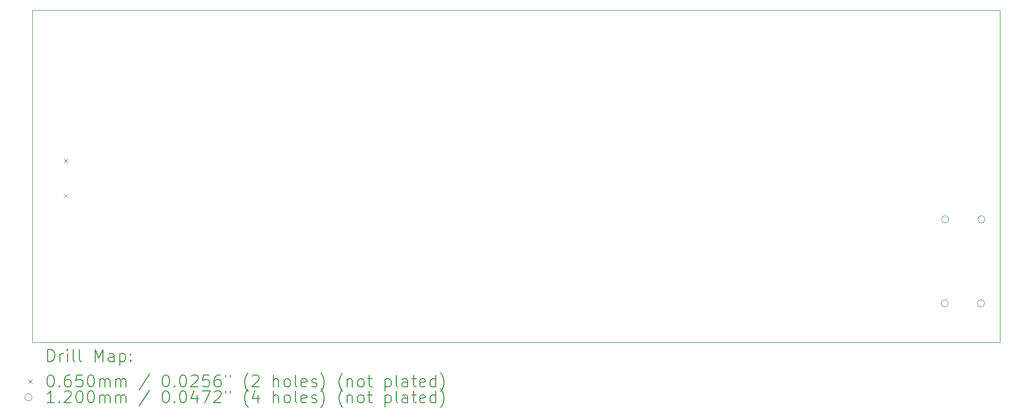
<source format=gbr>
%TF.GenerationSoftware,KiCad,Pcbnew,8.0.2*%
%TF.CreationDate,2024-10-21T17:53:26+02:00*%
%TF.ProjectId,teensyAudioMidi,7465656e-7379-4417-9564-696f4d696469,rev?*%
%TF.SameCoordinates,Original*%
%TF.FileFunction,Drillmap*%
%TF.FilePolarity,Positive*%
%FSLAX45Y45*%
G04 Gerber Fmt 4.5, Leading zero omitted, Abs format (unit mm)*
G04 Created by KiCad (PCBNEW 8.0.2) date 2024-10-21 17:53:26*
%MOMM*%
%LPD*%
G01*
G04 APERTURE LIST*
%ADD10C,0.050000*%
%ADD11C,0.200000*%
%ADD12C,0.100000*%
%ADD13C,0.120000*%
G04 APERTURE END LIST*
D10*
X3098000Y-2504000D02*
X19098000Y-2504000D01*
X19098000Y-8004000D01*
X3098000Y-8004000D01*
X3098000Y-2504000D01*
D11*
D12*
X3622500Y-4964500D02*
X3687500Y-5029500D01*
X3687500Y-4964500D02*
X3622500Y-5029500D01*
X3622500Y-5542500D02*
X3687500Y-5607500D01*
X3687500Y-5542500D02*
X3622500Y-5607500D01*
D13*
X18248000Y-7355000D02*
G75*
G02*
X18128000Y-7355000I-60000J0D01*
G01*
X18128000Y-7355000D02*
G75*
G02*
X18248000Y-7355000I60000J0D01*
G01*
X18255000Y-5965250D02*
G75*
G02*
X18135000Y-5965250I-60000J0D01*
G01*
X18135000Y-5965250D02*
G75*
G02*
X18255000Y-5965250I60000J0D01*
G01*
X18848000Y-7355000D02*
G75*
G02*
X18728000Y-7355000I-60000J0D01*
G01*
X18728000Y-7355000D02*
G75*
G02*
X18848000Y-7355000I60000J0D01*
G01*
X18855000Y-5965250D02*
G75*
G02*
X18735000Y-5965250I-60000J0D01*
G01*
X18735000Y-5965250D02*
G75*
G02*
X18855000Y-5965250I60000J0D01*
G01*
D11*
X3356277Y-8317984D02*
X3356277Y-8117984D01*
X3356277Y-8117984D02*
X3403896Y-8117984D01*
X3403896Y-8117984D02*
X3432467Y-8127508D01*
X3432467Y-8127508D02*
X3451515Y-8146555D01*
X3451515Y-8146555D02*
X3461039Y-8165603D01*
X3461039Y-8165603D02*
X3470562Y-8203698D01*
X3470562Y-8203698D02*
X3470562Y-8232269D01*
X3470562Y-8232269D02*
X3461039Y-8270365D01*
X3461039Y-8270365D02*
X3451515Y-8289412D01*
X3451515Y-8289412D02*
X3432467Y-8308460D01*
X3432467Y-8308460D02*
X3403896Y-8317984D01*
X3403896Y-8317984D02*
X3356277Y-8317984D01*
X3556277Y-8317984D02*
X3556277Y-8184650D01*
X3556277Y-8222746D02*
X3565801Y-8203698D01*
X3565801Y-8203698D02*
X3575324Y-8194174D01*
X3575324Y-8194174D02*
X3594372Y-8184650D01*
X3594372Y-8184650D02*
X3613420Y-8184650D01*
X3680086Y-8317984D02*
X3680086Y-8184650D01*
X3680086Y-8117984D02*
X3670562Y-8127508D01*
X3670562Y-8127508D02*
X3680086Y-8137031D01*
X3680086Y-8137031D02*
X3689610Y-8127508D01*
X3689610Y-8127508D02*
X3680086Y-8117984D01*
X3680086Y-8117984D02*
X3680086Y-8137031D01*
X3803896Y-8317984D02*
X3784848Y-8308460D01*
X3784848Y-8308460D02*
X3775324Y-8289412D01*
X3775324Y-8289412D02*
X3775324Y-8117984D01*
X3908658Y-8317984D02*
X3889610Y-8308460D01*
X3889610Y-8308460D02*
X3880086Y-8289412D01*
X3880086Y-8289412D02*
X3880086Y-8117984D01*
X4137229Y-8317984D02*
X4137229Y-8117984D01*
X4137229Y-8117984D02*
X4203896Y-8260841D01*
X4203896Y-8260841D02*
X4270563Y-8117984D01*
X4270563Y-8117984D02*
X4270563Y-8317984D01*
X4451515Y-8317984D02*
X4451515Y-8213222D01*
X4451515Y-8213222D02*
X4441991Y-8194174D01*
X4441991Y-8194174D02*
X4422944Y-8184650D01*
X4422944Y-8184650D02*
X4384848Y-8184650D01*
X4384848Y-8184650D02*
X4365801Y-8194174D01*
X4451515Y-8308460D02*
X4432467Y-8317984D01*
X4432467Y-8317984D02*
X4384848Y-8317984D01*
X4384848Y-8317984D02*
X4365801Y-8308460D01*
X4365801Y-8308460D02*
X4356277Y-8289412D01*
X4356277Y-8289412D02*
X4356277Y-8270365D01*
X4356277Y-8270365D02*
X4365801Y-8251317D01*
X4365801Y-8251317D02*
X4384848Y-8241793D01*
X4384848Y-8241793D02*
X4432467Y-8241793D01*
X4432467Y-8241793D02*
X4451515Y-8232269D01*
X4546753Y-8184650D02*
X4546753Y-8384650D01*
X4546753Y-8194174D02*
X4565801Y-8184650D01*
X4565801Y-8184650D02*
X4603896Y-8184650D01*
X4603896Y-8184650D02*
X4622944Y-8194174D01*
X4622944Y-8194174D02*
X4632467Y-8203698D01*
X4632467Y-8203698D02*
X4641991Y-8222746D01*
X4641991Y-8222746D02*
X4641991Y-8279888D01*
X4641991Y-8279888D02*
X4632467Y-8298936D01*
X4632467Y-8298936D02*
X4622944Y-8308460D01*
X4622944Y-8308460D02*
X4603896Y-8317984D01*
X4603896Y-8317984D02*
X4565801Y-8317984D01*
X4565801Y-8317984D02*
X4546753Y-8308460D01*
X4727705Y-8298936D02*
X4737229Y-8308460D01*
X4737229Y-8308460D02*
X4727705Y-8317984D01*
X4727705Y-8317984D02*
X4718182Y-8308460D01*
X4718182Y-8308460D02*
X4727705Y-8298936D01*
X4727705Y-8298936D02*
X4727705Y-8317984D01*
X4727705Y-8194174D02*
X4737229Y-8203698D01*
X4737229Y-8203698D02*
X4727705Y-8213222D01*
X4727705Y-8213222D02*
X4718182Y-8203698D01*
X4718182Y-8203698D02*
X4727705Y-8194174D01*
X4727705Y-8194174D02*
X4727705Y-8213222D01*
D12*
X3030500Y-8614000D02*
X3095500Y-8679000D01*
X3095500Y-8614000D02*
X3030500Y-8679000D01*
D11*
X3394372Y-8537984D02*
X3413420Y-8537984D01*
X3413420Y-8537984D02*
X3432467Y-8547508D01*
X3432467Y-8547508D02*
X3441991Y-8557031D01*
X3441991Y-8557031D02*
X3451515Y-8576079D01*
X3451515Y-8576079D02*
X3461039Y-8614174D01*
X3461039Y-8614174D02*
X3461039Y-8661793D01*
X3461039Y-8661793D02*
X3451515Y-8699889D01*
X3451515Y-8699889D02*
X3441991Y-8718936D01*
X3441991Y-8718936D02*
X3432467Y-8728460D01*
X3432467Y-8728460D02*
X3413420Y-8737984D01*
X3413420Y-8737984D02*
X3394372Y-8737984D01*
X3394372Y-8737984D02*
X3375324Y-8728460D01*
X3375324Y-8728460D02*
X3365801Y-8718936D01*
X3365801Y-8718936D02*
X3356277Y-8699889D01*
X3356277Y-8699889D02*
X3346753Y-8661793D01*
X3346753Y-8661793D02*
X3346753Y-8614174D01*
X3346753Y-8614174D02*
X3356277Y-8576079D01*
X3356277Y-8576079D02*
X3365801Y-8557031D01*
X3365801Y-8557031D02*
X3375324Y-8547508D01*
X3375324Y-8547508D02*
X3394372Y-8537984D01*
X3546753Y-8718936D02*
X3556277Y-8728460D01*
X3556277Y-8728460D02*
X3546753Y-8737984D01*
X3546753Y-8737984D02*
X3537229Y-8728460D01*
X3537229Y-8728460D02*
X3546753Y-8718936D01*
X3546753Y-8718936D02*
X3546753Y-8737984D01*
X3727705Y-8537984D02*
X3689610Y-8537984D01*
X3689610Y-8537984D02*
X3670562Y-8547508D01*
X3670562Y-8547508D02*
X3661039Y-8557031D01*
X3661039Y-8557031D02*
X3641991Y-8585603D01*
X3641991Y-8585603D02*
X3632467Y-8623698D01*
X3632467Y-8623698D02*
X3632467Y-8699889D01*
X3632467Y-8699889D02*
X3641991Y-8718936D01*
X3641991Y-8718936D02*
X3651515Y-8728460D01*
X3651515Y-8728460D02*
X3670562Y-8737984D01*
X3670562Y-8737984D02*
X3708658Y-8737984D01*
X3708658Y-8737984D02*
X3727705Y-8728460D01*
X3727705Y-8728460D02*
X3737229Y-8718936D01*
X3737229Y-8718936D02*
X3746753Y-8699889D01*
X3746753Y-8699889D02*
X3746753Y-8652270D01*
X3746753Y-8652270D02*
X3737229Y-8633222D01*
X3737229Y-8633222D02*
X3727705Y-8623698D01*
X3727705Y-8623698D02*
X3708658Y-8614174D01*
X3708658Y-8614174D02*
X3670562Y-8614174D01*
X3670562Y-8614174D02*
X3651515Y-8623698D01*
X3651515Y-8623698D02*
X3641991Y-8633222D01*
X3641991Y-8633222D02*
X3632467Y-8652270D01*
X3927705Y-8537984D02*
X3832467Y-8537984D01*
X3832467Y-8537984D02*
X3822943Y-8633222D01*
X3822943Y-8633222D02*
X3832467Y-8623698D01*
X3832467Y-8623698D02*
X3851515Y-8614174D01*
X3851515Y-8614174D02*
X3899134Y-8614174D01*
X3899134Y-8614174D02*
X3918182Y-8623698D01*
X3918182Y-8623698D02*
X3927705Y-8633222D01*
X3927705Y-8633222D02*
X3937229Y-8652270D01*
X3937229Y-8652270D02*
X3937229Y-8699889D01*
X3937229Y-8699889D02*
X3927705Y-8718936D01*
X3927705Y-8718936D02*
X3918182Y-8728460D01*
X3918182Y-8728460D02*
X3899134Y-8737984D01*
X3899134Y-8737984D02*
X3851515Y-8737984D01*
X3851515Y-8737984D02*
X3832467Y-8728460D01*
X3832467Y-8728460D02*
X3822943Y-8718936D01*
X4061039Y-8537984D02*
X4080086Y-8537984D01*
X4080086Y-8537984D02*
X4099134Y-8547508D01*
X4099134Y-8547508D02*
X4108658Y-8557031D01*
X4108658Y-8557031D02*
X4118182Y-8576079D01*
X4118182Y-8576079D02*
X4127705Y-8614174D01*
X4127705Y-8614174D02*
X4127705Y-8661793D01*
X4127705Y-8661793D02*
X4118182Y-8699889D01*
X4118182Y-8699889D02*
X4108658Y-8718936D01*
X4108658Y-8718936D02*
X4099134Y-8728460D01*
X4099134Y-8728460D02*
X4080086Y-8737984D01*
X4080086Y-8737984D02*
X4061039Y-8737984D01*
X4061039Y-8737984D02*
X4041991Y-8728460D01*
X4041991Y-8728460D02*
X4032467Y-8718936D01*
X4032467Y-8718936D02*
X4022943Y-8699889D01*
X4022943Y-8699889D02*
X4013420Y-8661793D01*
X4013420Y-8661793D02*
X4013420Y-8614174D01*
X4013420Y-8614174D02*
X4022943Y-8576079D01*
X4022943Y-8576079D02*
X4032467Y-8557031D01*
X4032467Y-8557031D02*
X4041991Y-8547508D01*
X4041991Y-8547508D02*
X4061039Y-8537984D01*
X4213420Y-8737984D02*
X4213420Y-8604650D01*
X4213420Y-8623698D02*
X4222944Y-8614174D01*
X4222944Y-8614174D02*
X4241991Y-8604650D01*
X4241991Y-8604650D02*
X4270563Y-8604650D01*
X4270563Y-8604650D02*
X4289610Y-8614174D01*
X4289610Y-8614174D02*
X4299134Y-8633222D01*
X4299134Y-8633222D02*
X4299134Y-8737984D01*
X4299134Y-8633222D02*
X4308658Y-8614174D01*
X4308658Y-8614174D02*
X4327705Y-8604650D01*
X4327705Y-8604650D02*
X4356277Y-8604650D01*
X4356277Y-8604650D02*
X4375325Y-8614174D01*
X4375325Y-8614174D02*
X4384848Y-8633222D01*
X4384848Y-8633222D02*
X4384848Y-8737984D01*
X4480086Y-8737984D02*
X4480086Y-8604650D01*
X4480086Y-8623698D02*
X4489610Y-8614174D01*
X4489610Y-8614174D02*
X4508658Y-8604650D01*
X4508658Y-8604650D02*
X4537229Y-8604650D01*
X4537229Y-8604650D02*
X4556277Y-8614174D01*
X4556277Y-8614174D02*
X4565801Y-8633222D01*
X4565801Y-8633222D02*
X4565801Y-8737984D01*
X4565801Y-8633222D02*
X4575325Y-8614174D01*
X4575325Y-8614174D02*
X4594372Y-8604650D01*
X4594372Y-8604650D02*
X4622944Y-8604650D01*
X4622944Y-8604650D02*
X4641991Y-8614174D01*
X4641991Y-8614174D02*
X4651515Y-8633222D01*
X4651515Y-8633222D02*
X4651515Y-8737984D01*
X5041991Y-8528460D02*
X4870563Y-8785603D01*
X5299134Y-8537984D02*
X5318182Y-8537984D01*
X5318182Y-8537984D02*
X5337229Y-8547508D01*
X5337229Y-8547508D02*
X5346753Y-8557031D01*
X5346753Y-8557031D02*
X5356277Y-8576079D01*
X5356277Y-8576079D02*
X5365801Y-8614174D01*
X5365801Y-8614174D02*
X5365801Y-8661793D01*
X5365801Y-8661793D02*
X5356277Y-8699889D01*
X5356277Y-8699889D02*
X5346753Y-8718936D01*
X5346753Y-8718936D02*
X5337229Y-8728460D01*
X5337229Y-8728460D02*
X5318182Y-8737984D01*
X5318182Y-8737984D02*
X5299134Y-8737984D01*
X5299134Y-8737984D02*
X5280087Y-8728460D01*
X5280087Y-8728460D02*
X5270563Y-8718936D01*
X5270563Y-8718936D02*
X5261039Y-8699889D01*
X5261039Y-8699889D02*
X5251515Y-8661793D01*
X5251515Y-8661793D02*
X5251515Y-8614174D01*
X5251515Y-8614174D02*
X5261039Y-8576079D01*
X5261039Y-8576079D02*
X5270563Y-8557031D01*
X5270563Y-8557031D02*
X5280087Y-8547508D01*
X5280087Y-8547508D02*
X5299134Y-8537984D01*
X5451515Y-8718936D02*
X5461039Y-8728460D01*
X5461039Y-8728460D02*
X5451515Y-8737984D01*
X5451515Y-8737984D02*
X5441991Y-8728460D01*
X5441991Y-8728460D02*
X5451515Y-8718936D01*
X5451515Y-8718936D02*
X5451515Y-8737984D01*
X5584848Y-8537984D02*
X5603896Y-8537984D01*
X5603896Y-8537984D02*
X5622944Y-8547508D01*
X5622944Y-8547508D02*
X5632467Y-8557031D01*
X5632467Y-8557031D02*
X5641991Y-8576079D01*
X5641991Y-8576079D02*
X5651515Y-8614174D01*
X5651515Y-8614174D02*
X5651515Y-8661793D01*
X5651515Y-8661793D02*
X5641991Y-8699889D01*
X5641991Y-8699889D02*
X5632467Y-8718936D01*
X5632467Y-8718936D02*
X5622944Y-8728460D01*
X5622944Y-8728460D02*
X5603896Y-8737984D01*
X5603896Y-8737984D02*
X5584848Y-8737984D01*
X5584848Y-8737984D02*
X5565801Y-8728460D01*
X5565801Y-8728460D02*
X5556277Y-8718936D01*
X5556277Y-8718936D02*
X5546753Y-8699889D01*
X5546753Y-8699889D02*
X5537229Y-8661793D01*
X5537229Y-8661793D02*
X5537229Y-8614174D01*
X5537229Y-8614174D02*
X5546753Y-8576079D01*
X5546753Y-8576079D02*
X5556277Y-8557031D01*
X5556277Y-8557031D02*
X5565801Y-8547508D01*
X5565801Y-8547508D02*
X5584848Y-8537984D01*
X5727706Y-8557031D02*
X5737229Y-8547508D01*
X5737229Y-8547508D02*
X5756277Y-8537984D01*
X5756277Y-8537984D02*
X5803896Y-8537984D01*
X5803896Y-8537984D02*
X5822944Y-8547508D01*
X5822944Y-8547508D02*
X5832467Y-8557031D01*
X5832467Y-8557031D02*
X5841991Y-8576079D01*
X5841991Y-8576079D02*
X5841991Y-8595127D01*
X5841991Y-8595127D02*
X5832467Y-8623698D01*
X5832467Y-8623698D02*
X5718182Y-8737984D01*
X5718182Y-8737984D02*
X5841991Y-8737984D01*
X6022944Y-8537984D02*
X5927706Y-8537984D01*
X5927706Y-8537984D02*
X5918182Y-8633222D01*
X5918182Y-8633222D02*
X5927706Y-8623698D01*
X5927706Y-8623698D02*
X5946753Y-8614174D01*
X5946753Y-8614174D02*
X5994372Y-8614174D01*
X5994372Y-8614174D02*
X6013420Y-8623698D01*
X6013420Y-8623698D02*
X6022944Y-8633222D01*
X6022944Y-8633222D02*
X6032467Y-8652270D01*
X6032467Y-8652270D02*
X6032467Y-8699889D01*
X6032467Y-8699889D02*
X6022944Y-8718936D01*
X6022944Y-8718936D02*
X6013420Y-8728460D01*
X6013420Y-8728460D02*
X5994372Y-8737984D01*
X5994372Y-8737984D02*
X5946753Y-8737984D01*
X5946753Y-8737984D02*
X5927706Y-8728460D01*
X5927706Y-8728460D02*
X5918182Y-8718936D01*
X6203896Y-8537984D02*
X6165801Y-8537984D01*
X6165801Y-8537984D02*
X6146753Y-8547508D01*
X6146753Y-8547508D02*
X6137229Y-8557031D01*
X6137229Y-8557031D02*
X6118182Y-8585603D01*
X6118182Y-8585603D02*
X6108658Y-8623698D01*
X6108658Y-8623698D02*
X6108658Y-8699889D01*
X6108658Y-8699889D02*
X6118182Y-8718936D01*
X6118182Y-8718936D02*
X6127706Y-8728460D01*
X6127706Y-8728460D02*
X6146753Y-8737984D01*
X6146753Y-8737984D02*
X6184848Y-8737984D01*
X6184848Y-8737984D02*
X6203896Y-8728460D01*
X6203896Y-8728460D02*
X6213420Y-8718936D01*
X6213420Y-8718936D02*
X6222944Y-8699889D01*
X6222944Y-8699889D02*
X6222944Y-8652270D01*
X6222944Y-8652270D02*
X6213420Y-8633222D01*
X6213420Y-8633222D02*
X6203896Y-8623698D01*
X6203896Y-8623698D02*
X6184848Y-8614174D01*
X6184848Y-8614174D02*
X6146753Y-8614174D01*
X6146753Y-8614174D02*
X6127706Y-8623698D01*
X6127706Y-8623698D02*
X6118182Y-8633222D01*
X6118182Y-8633222D02*
X6108658Y-8652270D01*
X6299134Y-8537984D02*
X6299134Y-8576079D01*
X6375325Y-8537984D02*
X6375325Y-8576079D01*
X6670563Y-8814174D02*
X6661039Y-8804650D01*
X6661039Y-8804650D02*
X6641991Y-8776079D01*
X6641991Y-8776079D02*
X6632468Y-8757031D01*
X6632468Y-8757031D02*
X6622944Y-8728460D01*
X6622944Y-8728460D02*
X6613420Y-8680841D01*
X6613420Y-8680841D02*
X6613420Y-8642746D01*
X6613420Y-8642746D02*
X6622944Y-8595127D01*
X6622944Y-8595127D02*
X6632468Y-8566555D01*
X6632468Y-8566555D02*
X6641991Y-8547508D01*
X6641991Y-8547508D02*
X6661039Y-8518936D01*
X6661039Y-8518936D02*
X6670563Y-8509412D01*
X6737229Y-8557031D02*
X6746753Y-8547508D01*
X6746753Y-8547508D02*
X6765801Y-8537984D01*
X6765801Y-8537984D02*
X6813420Y-8537984D01*
X6813420Y-8537984D02*
X6832468Y-8547508D01*
X6832468Y-8547508D02*
X6841991Y-8557031D01*
X6841991Y-8557031D02*
X6851515Y-8576079D01*
X6851515Y-8576079D02*
X6851515Y-8595127D01*
X6851515Y-8595127D02*
X6841991Y-8623698D01*
X6841991Y-8623698D02*
X6727706Y-8737984D01*
X6727706Y-8737984D02*
X6851515Y-8737984D01*
X7089610Y-8737984D02*
X7089610Y-8537984D01*
X7175325Y-8737984D02*
X7175325Y-8633222D01*
X7175325Y-8633222D02*
X7165801Y-8614174D01*
X7165801Y-8614174D02*
X7146753Y-8604650D01*
X7146753Y-8604650D02*
X7118182Y-8604650D01*
X7118182Y-8604650D02*
X7099134Y-8614174D01*
X7099134Y-8614174D02*
X7089610Y-8623698D01*
X7299134Y-8737984D02*
X7280087Y-8728460D01*
X7280087Y-8728460D02*
X7270563Y-8718936D01*
X7270563Y-8718936D02*
X7261039Y-8699889D01*
X7261039Y-8699889D02*
X7261039Y-8642746D01*
X7261039Y-8642746D02*
X7270563Y-8623698D01*
X7270563Y-8623698D02*
X7280087Y-8614174D01*
X7280087Y-8614174D02*
X7299134Y-8604650D01*
X7299134Y-8604650D02*
X7327706Y-8604650D01*
X7327706Y-8604650D02*
X7346753Y-8614174D01*
X7346753Y-8614174D02*
X7356277Y-8623698D01*
X7356277Y-8623698D02*
X7365801Y-8642746D01*
X7365801Y-8642746D02*
X7365801Y-8699889D01*
X7365801Y-8699889D02*
X7356277Y-8718936D01*
X7356277Y-8718936D02*
X7346753Y-8728460D01*
X7346753Y-8728460D02*
X7327706Y-8737984D01*
X7327706Y-8737984D02*
X7299134Y-8737984D01*
X7480087Y-8737984D02*
X7461039Y-8728460D01*
X7461039Y-8728460D02*
X7451515Y-8709412D01*
X7451515Y-8709412D02*
X7451515Y-8537984D01*
X7632468Y-8728460D02*
X7613420Y-8737984D01*
X7613420Y-8737984D02*
X7575325Y-8737984D01*
X7575325Y-8737984D02*
X7556277Y-8728460D01*
X7556277Y-8728460D02*
X7546753Y-8709412D01*
X7546753Y-8709412D02*
X7546753Y-8633222D01*
X7546753Y-8633222D02*
X7556277Y-8614174D01*
X7556277Y-8614174D02*
X7575325Y-8604650D01*
X7575325Y-8604650D02*
X7613420Y-8604650D01*
X7613420Y-8604650D02*
X7632468Y-8614174D01*
X7632468Y-8614174D02*
X7641991Y-8633222D01*
X7641991Y-8633222D02*
X7641991Y-8652270D01*
X7641991Y-8652270D02*
X7546753Y-8671317D01*
X7718182Y-8728460D02*
X7737230Y-8737984D01*
X7737230Y-8737984D02*
X7775325Y-8737984D01*
X7775325Y-8737984D02*
X7794372Y-8728460D01*
X7794372Y-8728460D02*
X7803896Y-8709412D01*
X7803896Y-8709412D02*
X7803896Y-8699889D01*
X7803896Y-8699889D02*
X7794372Y-8680841D01*
X7794372Y-8680841D02*
X7775325Y-8671317D01*
X7775325Y-8671317D02*
X7746753Y-8671317D01*
X7746753Y-8671317D02*
X7727706Y-8661793D01*
X7727706Y-8661793D02*
X7718182Y-8642746D01*
X7718182Y-8642746D02*
X7718182Y-8633222D01*
X7718182Y-8633222D02*
X7727706Y-8614174D01*
X7727706Y-8614174D02*
X7746753Y-8604650D01*
X7746753Y-8604650D02*
X7775325Y-8604650D01*
X7775325Y-8604650D02*
X7794372Y-8614174D01*
X7870563Y-8814174D02*
X7880087Y-8804650D01*
X7880087Y-8804650D02*
X7899134Y-8776079D01*
X7899134Y-8776079D02*
X7908658Y-8757031D01*
X7908658Y-8757031D02*
X7918182Y-8728460D01*
X7918182Y-8728460D02*
X7927706Y-8680841D01*
X7927706Y-8680841D02*
X7927706Y-8642746D01*
X7927706Y-8642746D02*
X7918182Y-8595127D01*
X7918182Y-8595127D02*
X7908658Y-8566555D01*
X7908658Y-8566555D02*
X7899134Y-8547508D01*
X7899134Y-8547508D02*
X7880087Y-8518936D01*
X7880087Y-8518936D02*
X7870563Y-8509412D01*
X8232468Y-8814174D02*
X8222944Y-8804650D01*
X8222944Y-8804650D02*
X8203896Y-8776079D01*
X8203896Y-8776079D02*
X8194372Y-8757031D01*
X8194372Y-8757031D02*
X8184849Y-8728460D01*
X8184849Y-8728460D02*
X8175325Y-8680841D01*
X8175325Y-8680841D02*
X8175325Y-8642746D01*
X8175325Y-8642746D02*
X8184849Y-8595127D01*
X8184849Y-8595127D02*
X8194372Y-8566555D01*
X8194372Y-8566555D02*
X8203896Y-8547508D01*
X8203896Y-8547508D02*
X8222944Y-8518936D01*
X8222944Y-8518936D02*
X8232468Y-8509412D01*
X8308658Y-8604650D02*
X8308658Y-8737984D01*
X8308658Y-8623698D02*
X8318182Y-8614174D01*
X8318182Y-8614174D02*
X8337230Y-8604650D01*
X8337230Y-8604650D02*
X8365801Y-8604650D01*
X8365801Y-8604650D02*
X8384849Y-8614174D01*
X8384849Y-8614174D02*
X8394373Y-8633222D01*
X8394373Y-8633222D02*
X8394373Y-8737984D01*
X8518182Y-8737984D02*
X8499134Y-8728460D01*
X8499134Y-8728460D02*
X8489611Y-8718936D01*
X8489611Y-8718936D02*
X8480087Y-8699889D01*
X8480087Y-8699889D02*
X8480087Y-8642746D01*
X8480087Y-8642746D02*
X8489611Y-8623698D01*
X8489611Y-8623698D02*
X8499134Y-8614174D01*
X8499134Y-8614174D02*
X8518182Y-8604650D01*
X8518182Y-8604650D02*
X8546754Y-8604650D01*
X8546754Y-8604650D02*
X8565801Y-8614174D01*
X8565801Y-8614174D02*
X8575325Y-8623698D01*
X8575325Y-8623698D02*
X8584849Y-8642746D01*
X8584849Y-8642746D02*
X8584849Y-8699889D01*
X8584849Y-8699889D02*
X8575325Y-8718936D01*
X8575325Y-8718936D02*
X8565801Y-8728460D01*
X8565801Y-8728460D02*
X8546754Y-8737984D01*
X8546754Y-8737984D02*
X8518182Y-8737984D01*
X8641992Y-8604650D02*
X8718182Y-8604650D01*
X8670563Y-8537984D02*
X8670563Y-8709412D01*
X8670563Y-8709412D02*
X8680087Y-8728460D01*
X8680087Y-8728460D02*
X8699134Y-8737984D01*
X8699134Y-8737984D02*
X8718182Y-8737984D01*
X8937230Y-8604650D02*
X8937230Y-8804650D01*
X8937230Y-8614174D02*
X8956277Y-8604650D01*
X8956277Y-8604650D02*
X8994373Y-8604650D01*
X8994373Y-8604650D02*
X9013420Y-8614174D01*
X9013420Y-8614174D02*
X9022944Y-8623698D01*
X9022944Y-8623698D02*
X9032468Y-8642746D01*
X9032468Y-8642746D02*
X9032468Y-8699889D01*
X9032468Y-8699889D02*
X9022944Y-8718936D01*
X9022944Y-8718936D02*
X9013420Y-8728460D01*
X9013420Y-8728460D02*
X8994373Y-8737984D01*
X8994373Y-8737984D02*
X8956277Y-8737984D01*
X8956277Y-8737984D02*
X8937230Y-8728460D01*
X9146754Y-8737984D02*
X9127706Y-8728460D01*
X9127706Y-8728460D02*
X9118182Y-8709412D01*
X9118182Y-8709412D02*
X9118182Y-8537984D01*
X9308658Y-8737984D02*
X9308658Y-8633222D01*
X9308658Y-8633222D02*
X9299135Y-8614174D01*
X9299135Y-8614174D02*
X9280087Y-8604650D01*
X9280087Y-8604650D02*
X9241992Y-8604650D01*
X9241992Y-8604650D02*
X9222944Y-8614174D01*
X9308658Y-8728460D02*
X9289611Y-8737984D01*
X9289611Y-8737984D02*
X9241992Y-8737984D01*
X9241992Y-8737984D02*
X9222944Y-8728460D01*
X9222944Y-8728460D02*
X9213420Y-8709412D01*
X9213420Y-8709412D02*
X9213420Y-8690365D01*
X9213420Y-8690365D02*
X9222944Y-8671317D01*
X9222944Y-8671317D02*
X9241992Y-8661793D01*
X9241992Y-8661793D02*
X9289611Y-8661793D01*
X9289611Y-8661793D02*
X9308658Y-8652270D01*
X9375325Y-8604650D02*
X9451515Y-8604650D01*
X9403896Y-8537984D02*
X9403896Y-8709412D01*
X9403896Y-8709412D02*
X9413420Y-8728460D01*
X9413420Y-8728460D02*
X9432468Y-8737984D01*
X9432468Y-8737984D02*
X9451515Y-8737984D01*
X9594373Y-8728460D02*
X9575325Y-8737984D01*
X9575325Y-8737984D02*
X9537230Y-8737984D01*
X9537230Y-8737984D02*
X9518182Y-8728460D01*
X9518182Y-8728460D02*
X9508658Y-8709412D01*
X9508658Y-8709412D02*
X9508658Y-8633222D01*
X9508658Y-8633222D02*
X9518182Y-8614174D01*
X9518182Y-8614174D02*
X9537230Y-8604650D01*
X9537230Y-8604650D02*
X9575325Y-8604650D01*
X9575325Y-8604650D02*
X9594373Y-8614174D01*
X9594373Y-8614174D02*
X9603896Y-8633222D01*
X9603896Y-8633222D02*
X9603896Y-8652270D01*
X9603896Y-8652270D02*
X9508658Y-8671317D01*
X9775325Y-8737984D02*
X9775325Y-8537984D01*
X9775325Y-8728460D02*
X9756277Y-8737984D01*
X9756277Y-8737984D02*
X9718182Y-8737984D01*
X9718182Y-8737984D02*
X9699135Y-8728460D01*
X9699135Y-8728460D02*
X9689611Y-8718936D01*
X9689611Y-8718936D02*
X9680087Y-8699889D01*
X9680087Y-8699889D02*
X9680087Y-8642746D01*
X9680087Y-8642746D02*
X9689611Y-8623698D01*
X9689611Y-8623698D02*
X9699135Y-8614174D01*
X9699135Y-8614174D02*
X9718182Y-8604650D01*
X9718182Y-8604650D02*
X9756277Y-8604650D01*
X9756277Y-8604650D02*
X9775325Y-8614174D01*
X9851516Y-8814174D02*
X9861039Y-8804650D01*
X9861039Y-8804650D02*
X9880087Y-8776079D01*
X9880087Y-8776079D02*
X9889611Y-8757031D01*
X9889611Y-8757031D02*
X9899135Y-8728460D01*
X9899135Y-8728460D02*
X9908658Y-8680841D01*
X9908658Y-8680841D02*
X9908658Y-8642746D01*
X9908658Y-8642746D02*
X9899135Y-8595127D01*
X9899135Y-8595127D02*
X9889611Y-8566555D01*
X9889611Y-8566555D02*
X9880087Y-8547508D01*
X9880087Y-8547508D02*
X9861039Y-8518936D01*
X9861039Y-8518936D02*
X9851516Y-8509412D01*
D13*
X3095500Y-8910500D02*
G75*
G02*
X2975500Y-8910500I-60000J0D01*
G01*
X2975500Y-8910500D02*
G75*
G02*
X3095500Y-8910500I60000J0D01*
G01*
D11*
X3461039Y-9001984D02*
X3346753Y-9001984D01*
X3403896Y-9001984D02*
X3403896Y-8801984D01*
X3403896Y-8801984D02*
X3384848Y-8830555D01*
X3384848Y-8830555D02*
X3365801Y-8849603D01*
X3365801Y-8849603D02*
X3346753Y-8859127D01*
X3546753Y-8982936D02*
X3556277Y-8992460D01*
X3556277Y-8992460D02*
X3546753Y-9001984D01*
X3546753Y-9001984D02*
X3537229Y-8992460D01*
X3537229Y-8992460D02*
X3546753Y-8982936D01*
X3546753Y-8982936D02*
X3546753Y-9001984D01*
X3632467Y-8821031D02*
X3641991Y-8811508D01*
X3641991Y-8811508D02*
X3661039Y-8801984D01*
X3661039Y-8801984D02*
X3708658Y-8801984D01*
X3708658Y-8801984D02*
X3727705Y-8811508D01*
X3727705Y-8811508D02*
X3737229Y-8821031D01*
X3737229Y-8821031D02*
X3746753Y-8840079D01*
X3746753Y-8840079D02*
X3746753Y-8859127D01*
X3746753Y-8859127D02*
X3737229Y-8887698D01*
X3737229Y-8887698D02*
X3622943Y-9001984D01*
X3622943Y-9001984D02*
X3746753Y-9001984D01*
X3870562Y-8801984D02*
X3889610Y-8801984D01*
X3889610Y-8801984D02*
X3908658Y-8811508D01*
X3908658Y-8811508D02*
X3918182Y-8821031D01*
X3918182Y-8821031D02*
X3927705Y-8840079D01*
X3927705Y-8840079D02*
X3937229Y-8878174D01*
X3937229Y-8878174D02*
X3937229Y-8925793D01*
X3937229Y-8925793D02*
X3927705Y-8963889D01*
X3927705Y-8963889D02*
X3918182Y-8982936D01*
X3918182Y-8982936D02*
X3908658Y-8992460D01*
X3908658Y-8992460D02*
X3889610Y-9001984D01*
X3889610Y-9001984D02*
X3870562Y-9001984D01*
X3870562Y-9001984D02*
X3851515Y-8992460D01*
X3851515Y-8992460D02*
X3841991Y-8982936D01*
X3841991Y-8982936D02*
X3832467Y-8963889D01*
X3832467Y-8963889D02*
X3822943Y-8925793D01*
X3822943Y-8925793D02*
X3822943Y-8878174D01*
X3822943Y-8878174D02*
X3832467Y-8840079D01*
X3832467Y-8840079D02*
X3841991Y-8821031D01*
X3841991Y-8821031D02*
X3851515Y-8811508D01*
X3851515Y-8811508D02*
X3870562Y-8801984D01*
X4061039Y-8801984D02*
X4080086Y-8801984D01*
X4080086Y-8801984D02*
X4099134Y-8811508D01*
X4099134Y-8811508D02*
X4108658Y-8821031D01*
X4108658Y-8821031D02*
X4118182Y-8840079D01*
X4118182Y-8840079D02*
X4127705Y-8878174D01*
X4127705Y-8878174D02*
X4127705Y-8925793D01*
X4127705Y-8925793D02*
X4118182Y-8963889D01*
X4118182Y-8963889D02*
X4108658Y-8982936D01*
X4108658Y-8982936D02*
X4099134Y-8992460D01*
X4099134Y-8992460D02*
X4080086Y-9001984D01*
X4080086Y-9001984D02*
X4061039Y-9001984D01*
X4061039Y-9001984D02*
X4041991Y-8992460D01*
X4041991Y-8992460D02*
X4032467Y-8982936D01*
X4032467Y-8982936D02*
X4022943Y-8963889D01*
X4022943Y-8963889D02*
X4013420Y-8925793D01*
X4013420Y-8925793D02*
X4013420Y-8878174D01*
X4013420Y-8878174D02*
X4022943Y-8840079D01*
X4022943Y-8840079D02*
X4032467Y-8821031D01*
X4032467Y-8821031D02*
X4041991Y-8811508D01*
X4041991Y-8811508D02*
X4061039Y-8801984D01*
X4213420Y-9001984D02*
X4213420Y-8868650D01*
X4213420Y-8887698D02*
X4222944Y-8878174D01*
X4222944Y-8878174D02*
X4241991Y-8868650D01*
X4241991Y-8868650D02*
X4270563Y-8868650D01*
X4270563Y-8868650D02*
X4289610Y-8878174D01*
X4289610Y-8878174D02*
X4299134Y-8897222D01*
X4299134Y-8897222D02*
X4299134Y-9001984D01*
X4299134Y-8897222D02*
X4308658Y-8878174D01*
X4308658Y-8878174D02*
X4327705Y-8868650D01*
X4327705Y-8868650D02*
X4356277Y-8868650D01*
X4356277Y-8868650D02*
X4375325Y-8878174D01*
X4375325Y-8878174D02*
X4384848Y-8897222D01*
X4384848Y-8897222D02*
X4384848Y-9001984D01*
X4480086Y-9001984D02*
X4480086Y-8868650D01*
X4480086Y-8887698D02*
X4489610Y-8878174D01*
X4489610Y-8878174D02*
X4508658Y-8868650D01*
X4508658Y-8868650D02*
X4537229Y-8868650D01*
X4537229Y-8868650D02*
X4556277Y-8878174D01*
X4556277Y-8878174D02*
X4565801Y-8897222D01*
X4565801Y-8897222D02*
X4565801Y-9001984D01*
X4565801Y-8897222D02*
X4575325Y-8878174D01*
X4575325Y-8878174D02*
X4594372Y-8868650D01*
X4594372Y-8868650D02*
X4622944Y-8868650D01*
X4622944Y-8868650D02*
X4641991Y-8878174D01*
X4641991Y-8878174D02*
X4651515Y-8897222D01*
X4651515Y-8897222D02*
X4651515Y-9001984D01*
X5041991Y-8792460D02*
X4870563Y-9049603D01*
X5299134Y-8801984D02*
X5318182Y-8801984D01*
X5318182Y-8801984D02*
X5337229Y-8811508D01*
X5337229Y-8811508D02*
X5346753Y-8821031D01*
X5346753Y-8821031D02*
X5356277Y-8840079D01*
X5356277Y-8840079D02*
X5365801Y-8878174D01*
X5365801Y-8878174D02*
X5365801Y-8925793D01*
X5365801Y-8925793D02*
X5356277Y-8963889D01*
X5356277Y-8963889D02*
X5346753Y-8982936D01*
X5346753Y-8982936D02*
X5337229Y-8992460D01*
X5337229Y-8992460D02*
X5318182Y-9001984D01*
X5318182Y-9001984D02*
X5299134Y-9001984D01*
X5299134Y-9001984D02*
X5280087Y-8992460D01*
X5280087Y-8992460D02*
X5270563Y-8982936D01*
X5270563Y-8982936D02*
X5261039Y-8963889D01*
X5261039Y-8963889D02*
X5251515Y-8925793D01*
X5251515Y-8925793D02*
X5251515Y-8878174D01*
X5251515Y-8878174D02*
X5261039Y-8840079D01*
X5261039Y-8840079D02*
X5270563Y-8821031D01*
X5270563Y-8821031D02*
X5280087Y-8811508D01*
X5280087Y-8811508D02*
X5299134Y-8801984D01*
X5451515Y-8982936D02*
X5461039Y-8992460D01*
X5461039Y-8992460D02*
X5451515Y-9001984D01*
X5451515Y-9001984D02*
X5441991Y-8992460D01*
X5441991Y-8992460D02*
X5451515Y-8982936D01*
X5451515Y-8982936D02*
X5451515Y-9001984D01*
X5584848Y-8801984D02*
X5603896Y-8801984D01*
X5603896Y-8801984D02*
X5622944Y-8811508D01*
X5622944Y-8811508D02*
X5632467Y-8821031D01*
X5632467Y-8821031D02*
X5641991Y-8840079D01*
X5641991Y-8840079D02*
X5651515Y-8878174D01*
X5651515Y-8878174D02*
X5651515Y-8925793D01*
X5651515Y-8925793D02*
X5641991Y-8963889D01*
X5641991Y-8963889D02*
X5632467Y-8982936D01*
X5632467Y-8982936D02*
X5622944Y-8992460D01*
X5622944Y-8992460D02*
X5603896Y-9001984D01*
X5603896Y-9001984D02*
X5584848Y-9001984D01*
X5584848Y-9001984D02*
X5565801Y-8992460D01*
X5565801Y-8992460D02*
X5556277Y-8982936D01*
X5556277Y-8982936D02*
X5546753Y-8963889D01*
X5546753Y-8963889D02*
X5537229Y-8925793D01*
X5537229Y-8925793D02*
X5537229Y-8878174D01*
X5537229Y-8878174D02*
X5546753Y-8840079D01*
X5546753Y-8840079D02*
X5556277Y-8821031D01*
X5556277Y-8821031D02*
X5565801Y-8811508D01*
X5565801Y-8811508D02*
X5584848Y-8801984D01*
X5822944Y-8868650D02*
X5822944Y-9001984D01*
X5775325Y-8792460D02*
X5727706Y-8935317D01*
X5727706Y-8935317D02*
X5851515Y-8935317D01*
X5908658Y-8801984D02*
X6041991Y-8801984D01*
X6041991Y-8801984D02*
X5956277Y-9001984D01*
X6108658Y-8821031D02*
X6118182Y-8811508D01*
X6118182Y-8811508D02*
X6137229Y-8801984D01*
X6137229Y-8801984D02*
X6184848Y-8801984D01*
X6184848Y-8801984D02*
X6203896Y-8811508D01*
X6203896Y-8811508D02*
X6213420Y-8821031D01*
X6213420Y-8821031D02*
X6222944Y-8840079D01*
X6222944Y-8840079D02*
X6222944Y-8859127D01*
X6222944Y-8859127D02*
X6213420Y-8887698D01*
X6213420Y-8887698D02*
X6099134Y-9001984D01*
X6099134Y-9001984D02*
X6222944Y-9001984D01*
X6299134Y-8801984D02*
X6299134Y-8840079D01*
X6375325Y-8801984D02*
X6375325Y-8840079D01*
X6670563Y-9078174D02*
X6661039Y-9068650D01*
X6661039Y-9068650D02*
X6641991Y-9040079D01*
X6641991Y-9040079D02*
X6632468Y-9021031D01*
X6632468Y-9021031D02*
X6622944Y-8992460D01*
X6622944Y-8992460D02*
X6613420Y-8944841D01*
X6613420Y-8944841D02*
X6613420Y-8906746D01*
X6613420Y-8906746D02*
X6622944Y-8859127D01*
X6622944Y-8859127D02*
X6632468Y-8830555D01*
X6632468Y-8830555D02*
X6641991Y-8811508D01*
X6641991Y-8811508D02*
X6661039Y-8782936D01*
X6661039Y-8782936D02*
X6670563Y-8773412D01*
X6832468Y-8868650D02*
X6832468Y-9001984D01*
X6784848Y-8792460D02*
X6737229Y-8935317D01*
X6737229Y-8935317D02*
X6861039Y-8935317D01*
X7089610Y-9001984D02*
X7089610Y-8801984D01*
X7175325Y-9001984D02*
X7175325Y-8897222D01*
X7175325Y-8897222D02*
X7165801Y-8878174D01*
X7165801Y-8878174D02*
X7146753Y-8868650D01*
X7146753Y-8868650D02*
X7118182Y-8868650D01*
X7118182Y-8868650D02*
X7099134Y-8878174D01*
X7099134Y-8878174D02*
X7089610Y-8887698D01*
X7299134Y-9001984D02*
X7280087Y-8992460D01*
X7280087Y-8992460D02*
X7270563Y-8982936D01*
X7270563Y-8982936D02*
X7261039Y-8963889D01*
X7261039Y-8963889D02*
X7261039Y-8906746D01*
X7261039Y-8906746D02*
X7270563Y-8887698D01*
X7270563Y-8887698D02*
X7280087Y-8878174D01*
X7280087Y-8878174D02*
X7299134Y-8868650D01*
X7299134Y-8868650D02*
X7327706Y-8868650D01*
X7327706Y-8868650D02*
X7346753Y-8878174D01*
X7346753Y-8878174D02*
X7356277Y-8887698D01*
X7356277Y-8887698D02*
X7365801Y-8906746D01*
X7365801Y-8906746D02*
X7365801Y-8963889D01*
X7365801Y-8963889D02*
X7356277Y-8982936D01*
X7356277Y-8982936D02*
X7346753Y-8992460D01*
X7346753Y-8992460D02*
X7327706Y-9001984D01*
X7327706Y-9001984D02*
X7299134Y-9001984D01*
X7480087Y-9001984D02*
X7461039Y-8992460D01*
X7461039Y-8992460D02*
X7451515Y-8973412D01*
X7451515Y-8973412D02*
X7451515Y-8801984D01*
X7632468Y-8992460D02*
X7613420Y-9001984D01*
X7613420Y-9001984D02*
X7575325Y-9001984D01*
X7575325Y-9001984D02*
X7556277Y-8992460D01*
X7556277Y-8992460D02*
X7546753Y-8973412D01*
X7546753Y-8973412D02*
X7546753Y-8897222D01*
X7546753Y-8897222D02*
X7556277Y-8878174D01*
X7556277Y-8878174D02*
X7575325Y-8868650D01*
X7575325Y-8868650D02*
X7613420Y-8868650D01*
X7613420Y-8868650D02*
X7632468Y-8878174D01*
X7632468Y-8878174D02*
X7641991Y-8897222D01*
X7641991Y-8897222D02*
X7641991Y-8916270D01*
X7641991Y-8916270D02*
X7546753Y-8935317D01*
X7718182Y-8992460D02*
X7737230Y-9001984D01*
X7737230Y-9001984D02*
X7775325Y-9001984D01*
X7775325Y-9001984D02*
X7794372Y-8992460D01*
X7794372Y-8992460D02*
X7803896Y-8973412D01*
X7803896Y-8973412D02*
X7803896Y-8963889D01*
X7803896Y-8963889D02*
X7794372Y-8944841D01*
X7794372Y-8944841D02*
X7775325Y-8935317D01*
X7775325Y-8935317D02*
X7746753Y-8935317D01*
X7746753Y-8935317D02*
X7727706Y-8925793D01*
X7727706Y-8925793D02*
X7718182Y-8906746D01*
X7718182Y-8906746D02*
X7718182Y-8897222D01*
X7718182Y-8897222D02*
X7727706Y-8878174D01*
X7727706Y-8878174D02*
X7746753Y-8868650D01*
X7746753Y-8868650D02*
X7775325Y-8868650D01*
X7775325Y-8868650D02*
X7794372Y-8878174D01*
X7870563Y-9078174D02*
X7880087Y-9068650D01*
X7880087Y-9068650D02*
X7899134Y-9040079D01*
X7899134Y-9040079D02*
X7908658Y-9021031D01*
X7908658Y-9021031D02*
X7918182Y-8992460D01*
X7918182Y-8992460D02*
X7927706Y-8944841D01*
X7927706Y-8944841D02*
X7927706Y-8906746D01*
X7927706Y-8906746D02*
X7918182Y-8859127D01*
X7918182Y-8859127D02*
X7908658Y-8830555D01*
X7908658Y-8830555D02*
X7899134Y-8811508D01*
X7899134Y-8811508D02*
X7880087Y-8782936D01*
X7880087Y-8782936D02*
X7870563Y-8773412D01*
X8232468Y-9078174D02*
X8222944Y-9068650D01*
X8222944Y-9068650D02*
X8203896Y-9040079D01*
X8203896Y-9040079D02*
X8194372Y-9021031D01*
X8194372Y-9021031D02*
X8184849Y-8992460D01*
X8184849Y-8992460D02*
X8175325Y-8944841D01*
X8175325Y-8944841D02*
X8175325Y-8906746D01*
X8175325Y-8906746D02*
X8184849Y-8859127D01*
X8184849Y-8859127D02*
X8194372Y-8830555D01*
X8194372Y-8830555D02*
X8203896Y-8811508D01*
X8203896Y-8811508D02*
X8222944Y-8782936D01*
X8222944Y-8782936D02*
X8232468Y-8773412D01*
X8308658Y-8868650D02*
X8308658Y-9001984D01*
X8308658Y-8887698D02*
X8318182Y-8878174D01*
X8318182Y-8878174D02*
X8337230Y-8868650D01*
X8337230Y-8868650D02*
X8365801Y-8868650D01*
X8365801Y-8868650D02*
X8384849Y-8878174D01*
X8384849Y-8878174D02*
X8394373Y-8897222D01*
X8394373Y-8897222D02*
X8394373Y-9001984D01*
X8518182Y-9001984D02*
X8499134Y-8992460D01*
X8499134Y-8992460D02*
X8489611Y-8982936D01*
X8489611Y-8982936D02*
X8480087Y-8963889D01*
X8480087Y-8963889D02*
X8480087Y-8906746D01*
X8480087Y-8906746D02*
X8489611Y-8887698D01*
X8489611Y-8887698D02*
X8499134Y-8878174D01*
X8499134Y-8878174D02*
X8518182Y-8868650D01*
X8518182Y-8868650D02*
X8546754Y-8868650D01*
X8546754Y-8868650D02*
X8565801Y-8878174D01*
X8565801Y-8878174D02*
X8575325Y-8887698D01*
X8575325Y-8887698D02*
X8584849Y-8906746D01*
X8584849Y-8906746D02*
X8584849Y-8963889D01*
X8584849Y-8963889D02*
X8575325Y-8982936D01*
X8575325Y-8982936D02*
X8565801Y-8992460D01*
X8565801Y-8992460D02*
X8546754Y-9001984D01*
X8546754Y-9001984D02*
X8518182Y-9001984D01*
X8641992Y-8868650D02*
X8718182Y-8868650D01*
X8670563Y-8801984D02*
X8670563Y-8973412D01*
X8670563Y-8973412D02*
X8680087Y-8992460D01*
X8680087Y-8992460D02*
X8699134Y-9001984D01*
X8699134Y-9001984D02*
X8718182Y-9001984D01*
X8937230Y-8868650D02*
X8937230Y-9068650D01*
X8937230Y-8878174D02*
X8956277Y-8868650D01*
X8956277Y-8868650D02*
X8994373Y-8868650D01*
X8994373Y-8868650D02*
X9013420Y-8878174D01*
X9013420Y-8878174D02*
X9022944Y-8887698D01*
X9022944Y-8887698D02*
X9032468Y-8906746D01*
X9032468Y-8906746D02*
X9032468Y-8963889D01*
X9032468Y-8963889D02*
X9022944Y-8982936D01*
X9022944Y-8982936D02*
X9013420Y-8992460D01*
X9013420Y-8992460D02*
X8994373Y-9001984D01*
X8994373Y-9001984D02*
X8956277Y-9001984D01*
X8956277Y-9001984D02*
X8937230Y-8992460D01*
X9146754Y-9001984D02*
X9127706Y-8992460D01*
X9127706Y-8992460D02*
X9118182Y-8973412D01*
X9118182Y-8973412D02*
X9118182Y-8801984D01*
X9308658Y-9001984D02*
X9308658Y-8897222D01*
X9308658Y-8897222D02*
X9299135Y-8878174D01*
X9299135Y-8878174D02*
X9280087Y-8868650D01*
X9280087Y-8868650D02*
X9241992Y-8868650D01*
X9241992Y-8868650D02*
X9222944Y-8878174D01*
X9308658Y-8992460D02*
X9289611Y-9001984D01*
X9289611Y-9001984D02*
X9241992Y-9001984D01*
X9241992Y-9001984D02*
X9222944Y-8992460D01*
X9222944Y-8992460D02*
X9213420Y-8973412D01*
X9213420Y-8973412D02*
X9213420Y-8954365D01*
X9213420Y-8954365D02*
X9222944Y-8935317D01*
X9222944Y-8935317D02*
X9241992Y-8925793D01*
X9241992Y-8925793D02*
X9289611Y-8925793D01*
X9289611Y-8925793D02*
X9308658Y-8916270D01*
X9375325Y-8868650D02*
X9451515Y-8868650D01*
X9403896Y-8801984D02*
X9403896Y-8973412D01*
X9403896Y-8973412D02*
X9413420Y-8992460D01*
X9413420Y-8992460D02*
X9432468Y-9001984D01*
X9432468Y-9001984D02*
X9451515Y-9001984D01*
X9594373Y-8992460D02*
X9575325Y-9001984D01*
X9575325Y-9001984D02*
X9537230Y-9001984D01*
X9537230Y-9001984D02*
X9518182Y-8992460D01*
X9518182Y-8992460D02*
X9508658Y-8973412D01*
X9508658Y-8973412D02*
X9508658Y-8897222D01*
X9508658Y-8897222D02*
X9518182Y-8878174D01*
X9518182Y-8878174D02*
X9537230Y-8868650D01*
X9537230Y-8868650D02*
X9575325Y-8868650D01*
X9575325Y-8868650D02*
X9594373Y-8878174D01*
X9594373Y-8878174D02*
X9603896Y-8897222D01*
X9603896Y-8897222D02*
X9603896Y-8916270D01*
X9603896Y-8916270D02*
X9508658Y-8935317D01*
X9775325Y-9001984D02*
X9775325Y-8801984D01*
X9775325Y-8992460D02*
X9756277Y-9001984D01*
X9756277Y-9001984D02*
X9718182Y-9001984D01*
X9718182Y-9001984D02*
X9699135Y-8992460D01*
X9699135Y-8992460D02*
X9689611Y-8982936D01*
X9689611Y-8982936D02*
X9680087Y-8963889D01*
X9680087Y-8963889D02*
X9680087Y-8906746D01*
X9680087Y-8906746D02*
X9689611Y-8887698D01*
X9689611Y-8887698D02*
X9699135Y-8878174D01*
X9699135Y-8878174D02*
X9718182Y-8868650D01*
X9718182Y-8868650D02*
X9756277Y-8868650D01*
X9756277Y-8868650D02*
X9775325Y-8878174D01*
X9851516Y-9078174D02*
X9861039Y-9068650D01*
X9861039Y-9068650D02*
X9880087Y-9040079D01*
X9880087Y-9040079D02*
X9889611Y-9021031D01*
X9889611Y-9021031D02*
X9899135Y-8992460D01*
X9899135Y-8992460D02*
X9908658Y-8944841D01*
X9908658Y-8944841D02*
X9908658Y-8906746D01*
X9908658Y-8906746D02*
X9899135Y-8859127D01*
X9899135Y-8859127D02*
X9889611Y-8830555D01*
X9889611Y-8830555D02*
X9880087Y-8811508D01*
X9880087Y-8811508D02*
X9861039Y-8782936D01*
X9861039Y-8782936D02*
X9851516Y-8773412D01*
M02*

</source>
